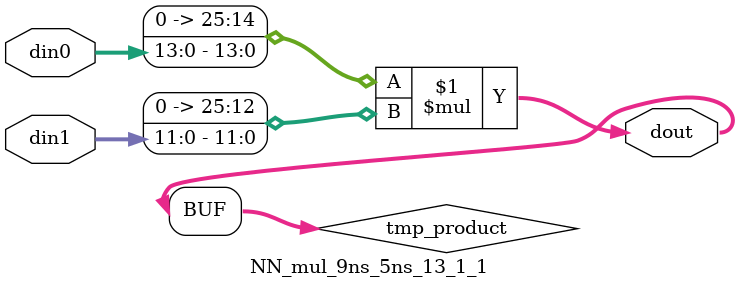
<source format=v>

`timescale 1 ns / 1 ps

 module NN_mul_9ns_5ns_13_1_1(din0, din1, dout);
parameter ID = 1;
parameter NUM_STAGE = 0;
parameter din0_WIDTH = 14;
parameter din1_WIDTH = 12;
parameter dout_WIDTH = 26;

input [din0_WIDTH - 1 : 0] din0; 
input [din1_WIDTH - 1 : 0] din1; 
output [dout_WIDTH - 1 : 0] dout;

wire signed [dout_WIDTH - 1 : 0] tmp_product;
























assign tmp_product = $signed({1'b0, din0}) * $signed({1'b0, din1});











assign dout = tmp_product;





















endmodule

</source>
